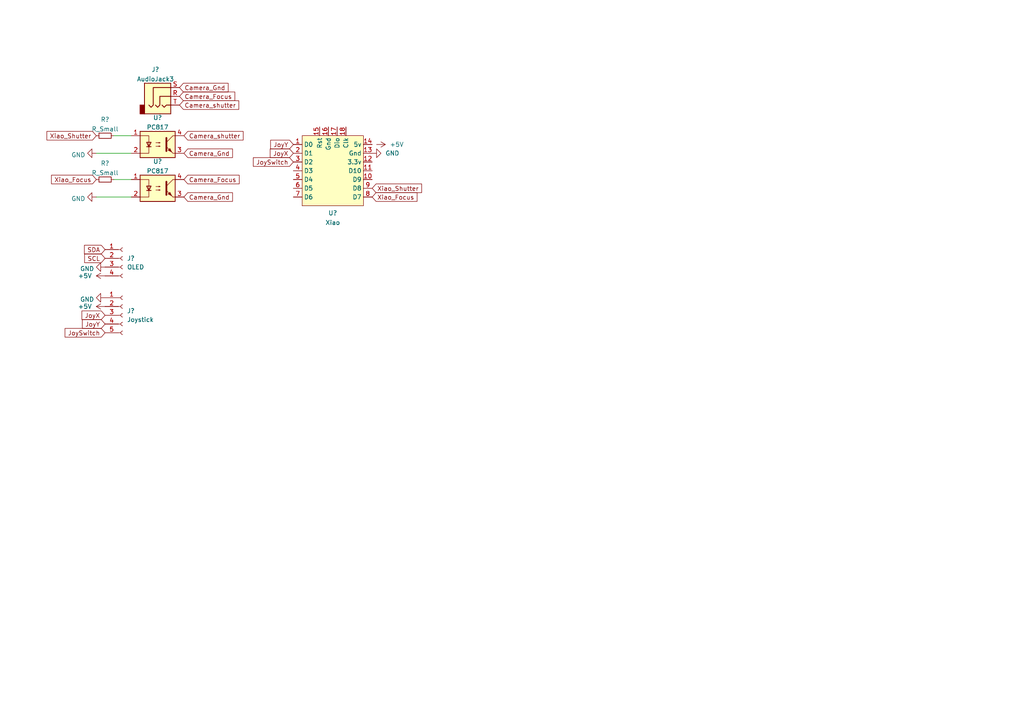
<source format=kicad_sch>
(kicad_sch (version 20211123) (generator eeschema)
  (paper "A4")
  (lib_symbols
    (symbol "Connector:AudioJack3"
      (property "Reference" "J" (at 0 8.89 0))
      (property "Value" "AudioJack3" (at 0 6.35 0))
      (symbol "AudioJack3_0_1"
        (rectangle (start -5.08 -5.08) (end -6.35 -2.54) (stroke (width 0.254)) (fill (type outline)))
        (polyline (pts (xy 0 -2.54) (xy 0.635 -3.175) (xy 1.27 -2.54) (xy 2.54 -2.54)) (stroke (width 0.254)))
        (polyline (pts (xy -1.905 -2.54) (xy -1.27 -3.175) (xy -0.635 -2.54) (xy -0.635 0) (xy 2.54 0)) (stroke (width 0.254)))
        (polyline (pts (xy 2.54 2.54) (xy -2.54 2.54) (xy -2.54 -2.54) (xy -3.175 -3.175) (xy -3.81 -2.54)) (stroke (width 0.254)))
        (rectangle (start 2.54 3.81) (end -5.08 -5.08) (stroke (width 0.254)) (fill (type background)))
      )
      (symbol "AudioJack3_1_1"
        (pin passive line (at 5.08 0 180) (length 2.54) (name "~") (number "R"))
        (pin passive line (at 5.08 2.54 180) (length 2.54) (name "~") (number "S"))
        (pin passive line (at 5.08 -2.54 180) (length 2.54) (name "~") (number "T"))
      )
    )
    (symbol "Connector:Conn_01x04_Female" (pin_names (offset 1.016) hide)
      (property "Reference" "J" (at 0 5.08 0))
      (property "Value" "Conn_01x04_Female" (at 0 -7.62 0))
      (symbol "Conn_01x04_Female_1_1"
        (arc (start 0 -4.572) (mid -0.508 -5.08) (end 0 -5.588) (stroke (width 0.1524)))
        (arc (start 0 -2.032) (mid -0.508 -2.54) (end 0 -3.048) (stroke (width 0.1524)))
        (polyline (pts (xy -1.27 -5.08) (xy -0.508 -5.08)) (stroke (width 0.1524)))
        (polyline (pts (xy -1.27 -2.54) (xy -0.508 -2.54)) (stroke (width 0.1524)))
        (polyline (pts (xy -1.27 0) (xy -0.508 0)) (stroke (width 0.1524)))
        (polyline (pts (xy -1.27 2.54) (xy -0.508 2.54)) (stroke (width 0.1524)))
        (arc (start 0 0.508) (mid -0.508 0) (end 0 -0.508) (stroke (width 0.1524)))
        (arc (start 0 3.048) (mid -0.508 2.54) (end 0 2.032) (stroke (width 0.1524)))
        (pin passive line (at -5.08 2.54 0) (length 3.81) (name "Pin_1") (number "1"))
        (pin passive line (at -5.08 0 0) (length 3.81) (name "Pin_2") (number "2"))
        (pin passive line (at -5.08 -2.54 0) (length 3.81) (name "Pin_3") (number "3"))
        (pin passive line (at -5.08 -5.08 0) (length 3.81) (name "Pin_4") (number "4"))
      )
    )
    (symbol "Connector:Conn_01x05_Female" (pin_names (offset 1.016) hide)
      (property "Reference" "J" (at 0 7.62 0))
      (property "Value" "Conn_01x05_Female" (at 0 -7.62 0))
      (symbol "Conn_01x05_Female_1_1"
        (arc (start 0 -4.572) (mid -0.508 -5.08) (end 0 -5.588) (stroke (width 0.1524)))
        (arc (start 0 -2.032) (mid -0.508 -2.54) (end 0 -3.048) (stroke (width 0.1524)))
        (polyline (pts (xy -1.27 -5.08) (xy -0.508 -5.08)) (stroke (width 0.1524)))
        (polyline (pts (xy -1.27 -2.54) (xy -0.508 -2.54)) (stroke (width 0.1524)))
        (polyline (pts (xy -1.27 0) (xy -0.508 0)) (stroke (width 0.1524)))
        (polyline (pts (xy -1.27 2.54) (xy -0.508 2.54)) (stroke (width 0.1524)))
        (polyline (pts (xy -1.27 5.08) (xy -0.508 5.08)) (stroke (width 0.1524)))
        (arc (start 0 0.508) (mid -0.508 0) (end 0 -0.508) (stroke (width 0.1524)))
        (arc (start 0 3.048) (mid -0.508 2.54) (end 0 2.032) (stroke (width 0.1524)))
        (arc (start 0 5.588) (mid -0.508 5.08) (end 0 4.572) (stroke (width 0.1524)))
        (pin passive line (at -5.08 5.08 0) (length 3.81) (name "Pin_1") (number "1"))
        (pin passive line (at -5.08 2.54 0) (length 3.81) (name "Pin_2") (number "2"))
        (pin passive line (at -5.08 0 0) (length 3.81) (name "Pin_3") (number "3"))
        (pin passive line (at -5.08 -2.54 0) (length 3.81) (name "Pin_4") (number "4"))
        (pin passive line (at -5.08 -5.08 0) (length 3.81) (name "Pin_5") (number "5"))
      )
    )
    (symbol "Device:R_Small" (pin_numbers hide) (pin_names (offset 0.254) hide)
      (property "Reference" "R" (at 0.762 0.508 0))
      (property "Value" "R_Small" (at 0.762 -1.016 0))
      (symbol "R_Small_0_1"
        (rectangle (start -0.762 1.778) (end 0.762 -1.778) (stroke (width 0.2032)))
      )
      (symbol "R_Small_1_1"
        (pin passive line (at 0 2.54 270) (length 0.762) (name "~") (number "1"))
        (pin passive line (at 0 -2.54 90) (length 0.762) (name "~") (number "2"))
      )
    )
    (symbol "Isolator:PC817" (pin_names (offset 1.016))
      (property "Reference" "U" (at -5.08 5.08 0))
      (property "Value" "PC817" (at 0 5.08 0))
      (symbol "PC817_0_1"
        (rectangle (start -5.08 3.81) (end 5.08 -3.81) (stroke (width 0.254)) (fill (type background)))
        (polyline (pts (xy -3.175 -0.635) (xy -1.905 -0.635)) (stroke (width 0.254)))
        (polyline (pts (xy 2.54 0.635) (xy 4.445 2.54)))
        (polyline (pts (xy 4.445 -2.54) (xy 2.54 -0.635)) (fill (type outline)))
        (polyline (pts (xy 4.445 -2.54) (xy 5.08 -2.54)))
        (polyline (pts (xy 4.445 2.54) (xy 5.08 2.54)))
        (polyline (pts (xy -5.08 2.54) (xy -2.54 2.54) (xy -2.54 -0.635)))
        (polyline (pts (xy -2.54 -0.635) (xy -2.54 -2.54) (xy -5.08 -2.54)))
        (polyline (pts (xy 2.54 1.905) (xy 2.54 -1.905) (xy 2.54 -1.905)) (stroke (width 0.508)))
        (polyline (pts (xy -2.54 -0.635) (xy -3.175 0.635) (xy -1.905 0.635) (xy -2.54 -0.635)) (stroke (width 0.254)))
        (polyline (pts (xy -0.508 -0.508) (xy 0.762 -0.508) (xy 0.381 -0.635) (xy 0.381 -0.381) (xy 0.762 -0.508)))
        (polyline (pts (xy -0.508 0.508) (xy 0.762 0.508) (xy 0.381 0.381) (xy 0.381 0.635) (xy 0.762 0.508)))
        (polyline (pts (xy 3.048 -1.651) (xy 3.556 -1.143) (xy 4.064 -2.159) (xy 3.048 -1.651) (xy 3.048 -1.651)) (fill (type outline)))
      )
      (symbol "PC817_1_1"
        (pin passive line (at -7.62 2.54 0) (length 2.54) (name "~") (number "1"))
        (pin passive line (at -7.62 -2.54 0) (length 2.54) (name "~") (number "2"))
        (pin passive line (at 7.62 -2.54 180) (length 2.54) (name "~") (number "3"))
        (pin passive line (at 7.62 2.54 180) (length 2.54) (name "~") (number "4"))
      )
    )
    (symbol "MakerJakesParts:Xiao"
      (property "Reference" "U" (at 8.89 -11.43 0))
      (property "Value" "Xiao" (at 8.89 -8.89 0))
      (symbol "Xiao_0_1"
        (rectangle (start 0 0) (end 17.78 -20.32) (stroke (width 0.1524)) (fill (type background)))
      )
      (symbol "Xiao_1_1"
        (pin bidirectional line (at -2.54 -2.54 0) (length 2.54) (name "D0") (number "1"))
        (pin bidirectional line (at 20.32 -12.7 180) (length 2.54) (name "D9") (number "10"))
        (pin bidirectional line (at 20.32 -10.16 180) (length 2.54) (name "D10") (number "11"))
        (pin power_in line (at 20.32 -7.62 180) (length 2.54) (name "3.3v") (number "12"))
        (pin power_in line (at 20.32 -5.08 180) (length 2.54) (name "Gnd") (number "13"))
        (pin power_in line (at 20.32 -2.54 180) (length 2.54) (name "5v") (number "14"))
        (pin input line (at 5.08 2.54 270) (length 2.54) (name "Rst") (number "15"))
        (pin power_in line (at 7.62 2.54 270) (length 2.54) (name "Gnd") (number "16"))
        (pin unspecified line (at 10.16 2.54 270) (length 2.54) (name "Dio") (number "17"))
        (pin unspecified line (at 12.7 2.54 270) (length 2.54) (name "Clk") (number "18"))
        (pin bidirectional line (at -2.54 -5.08 0) (length 2.54) (name "D1") (number "2"))
        (pin bidirectional line (at -2.54 -7.62 0) (length 2.54) (name "D2") (number "3"))
        (pin bidirectional line (at -2.54 -10.16 0) (length 2.54) (name "D3") (number "4"))
        (pin bidirectional line (at -2.54 -12.7 0) (length 2.54) (name "D4") (number "5"))
        (pin bidirectional line (at -2.54 -15.24 0) (length 2.54) (name "D5") (number "6"))
        (pin bidirectional line (at -2.54 -17.78 0) (length 2.54) (name "D6") (number "7"))
        (pin bidirectional line (at 20.32 -17.78 180) (length 2.54) (name "D7") (number "8"))
        (pin bidirectional line (at 20.32 -15.24 180) (length 2.54) (name "D8") (number "9"))
      )
    )
    (symbol "power:+5V" (power) (pin_names (offset 0))
      (property "Value" "+5V" (at 0 3.556 0))
      (symbol "+5V_0_1"
        (polyline (pts (xy -0.762 1.27) (xy 0 2.54)))
        (polyline (pts (xy 0 0) (xy 0 2.54)))
        (polyline (pts (xy 0 2.54) (xy 0.762 1.27)))
      )
      (symbol "+5V_1_1"
        (pin power_in line (at 0 0 90) (length 0) hide (name "+5V") (number "1"))
      )
    )
    (symbol "power:GND" (power) (pin_names (offset 0))
      (property "Value" "GND" (at 0 -3.81 0))
      (symbol "GND_0_1"
        (polyline (pts (xy 0 0) (xy 0 -1.27) (xy 1.27 -1.27) (xy 0 -2.54) (xy -1.27 -1.27) (xy 0 -1.27)))
      )
      (symbol "GND_1_1"
        (pin power_in line (at 0 0 270) (length 0) hide (name "GND") (number "1"))
      )
    )
  )
  (wire (pts (xy 33.02 52.07) (xy 38.1 52.07)))
  (wire (pts (xy 33.02 39.37) (xy 38.1 39.37)))
  (wire (pts (xy 27.94 57.15) (xy 38.1 57.15)))
  (wire (pts (xy 27.94 44.45) (xy 38.1 44.45)))
  (global_label "JoySwitch" (shape input) (at 85.09 46.99 180) (property "Intersheet References" "${INTERSHEET_REFS}" (effects hide)))
  (global_label "Camera_Gnd" (shape input) (at 53.34 57.15 0) (property "Intersheet References" "${INTERSHEET_REFS}" (effects hide)))
  (global_label "JoyY" (shape input) (at 85.09 41.91 180) (property "Intersheet References" "${INTERSHEET_REFS}" (effects hide)))
  (global_label "Xiao_Shutter" (shape input) (at 27.94 39.37 180) (property "Intersheet References" "${INTERSHEET_REFS}" (effects hide)))
  (global_label "Xiao_Focus" (shape input) (at 107.95 57.15 0) (property "Intersheet References" "${INTERSHEET_REFS}" (effects hide)))
  (global_label "SCL" (shape input) (at 30.48 74.93 180) (property "Intersheet References" "${INTERSHEET_REFS}" (effects hide)))
  (global_label "JoyX" (shape input) (at 30.48 91.44 180) (property "Intersheet References" "${INTERSHEET_REFS}" (effects hide)))
  (global_label "Camera_Focus" (shape input) (at 53.34 52.07 0) (property "Intersheet References" "${INTERSHEET_REFS}" (effects hide)))
  (global_label "Camera_shutter" (shape input) (at 52.07 30.48 0) (property "Intersheet References" "${INTERSHEET_REFS}" (effects hide)))
  (global_label "Camera_Gnd" (shape input) (at 53.34 44.45 0) (property "Intersheet References" "${INTERSHEET_REFS}" (effects hide)))
  (global_label "Camera_shutter" (shape input) (at 53.34 39.37 0) (property "Intersheet References" "${INTERSHEET_REFS}" (effects hide)))
  (global_label "Xiao_Focus" (shape input) (at 27.94 52.07 180) (property "Intersheet References" "${INTERSHEET_REFS}" (effects hide)))
  (global_label "Camera_Focus" (shape input) (at 52.07 27.94 0) (property "Intersheet References" "${INTERSHEET_REFS}" (effects hide)))
  (global_label "JoyX" (shape input) (at 85.09 44.45 180) (property "Intersheet References" "${INTERSHEET_REFS}" (effects hide)))
  (global_label "SDA" (shape input) (at 30.48 72.39 180) (property "Intersheet References" "${INTERSHEET_REFS}" (effects hide)))
  (global_label "JoySwitch" (shape input) (at 30.48 96.52 180) (property "Intersheet References" "${INTERSHEET_REFS}" (effects hide)))
  (global_label "Xiao_Shutter" (shape input) (at 107.95 54.61 0) (property "Intersheet References" "${INTERSHEET_REFS}" (effects hide)))
  (global_label "JoyY" (shape input) (at 30.48 93.98 180) (property "Intersheet References" "${INTERSHEET_REFS}" (effects hide)))
  (global_label "Camera_Gnd" (shape input) (at 52.07 25.4 0) (property "Intersheet References" "${INTERSHEET_REFS}" (effects hide)))
  (symbol (lib_id "power:+5V") (at 109.22 41.91 270) (unit 1)
    (property "Reference" "#PWR?" (effects hide))
    (property "Value" "+5V" (at 113.03 41.9099 90) (effects (justify left)))
  )
  (symbol (lib_id "Connector:Conn_01x04_Female") (at 35.56 74.93 0) (unit 1)
    (property "Reference" "J?" (at 36.83 74.9299 0) (effects (justify left)))
    (property "Value" "OLED" (at 36.83 77.4699 0) (effects (justify left)))
  )
  (symbol (lib_id "power:GND") (at 30.48 86.36 270) (unit 1)
    (property "Reference" "#PWR?" (effects hide))
    (property "Value" "GND" (at 27.3051 86.839 90) (effects (justify right)))
  )
  (symbol (lib_id "power:GND") (at 27.94 44.45 270) (unit 1)
    (property "Reference" "#PWR?" (effects hide))
    (property "Value" "GND" (at 24.7651 44.929 90) (effects (justify right)))
  )
  (symbol (lib_id "Isolator:PC817") (at 45.72 54.61 0) (unit 1)
    (property "Reference" "U?" (at 45.72 46.8335 0))
    (property "Value" "PC817" (at 45.72 49.6086 0))
    (property "Footprint" "Package_DIP:DIP-4_W7.62mm" (effects hide))
    (property "Datasheet" "http://www.soselectronic.cz/a_info/resource/d/pc817.pdf" (effects hide))
  )
  (symbol (lib_id "Device:R_Small") (at 30.48 52.07 90) (unit 1)
    (property "Reference" "R?" (at 30.48 47.3669 90))
    (property "Value" "R_Small" (at 30.48 50.142 90))
  )
  (symbol (lib_id "power:GND") (at 107.95 44.45 90) (unit 1)
    (property "Reference" "#PWR?" (effects hide))
    (property "Value" "GND" (at 111.76 44.4499 90) (effects (justify right)))
  )
  (symbol (lib_id "Device:R_Small") (at 30.48 39.37 90) (unit 1)
    (property "Reference" "R?" (at 30.48 34.6669 90))
    (property "Value" "R_Small" (at 30.48 37.442 90))
  )
  (symbol (lib_id "Isolator:PC817") (at 45.72 41.91 0) (unit 1)
    (property "Reference" "U?" (at 45.72 34.1335 0))
    (property "Value" "PC817" (at 45.72 36.9086 0))
    (property "Footprint" "Package_DIP:DIP-4_W7.62mm" (effects hide))
    (property "Datasheet" "http://www.soselectronic.cz/a_info/resource/d/pc817.pdf" (effects hide))
  )
  (symbol (lib_id "power:GND") (at 30.48 77.47 270) (unit 1)
    (property "Reference" "#PWR?" (effects hide))
    (property "Value" "GND" (at 27.3051 77.949 90) (effects (justify right)))
  )
  (symbol (lib_id "Connector:Conn_01x05_Female") (at 35.56 91.44 0) (unit 1)
    (property "Reference" "J?" (at 36.83 90.1699 0) (effects (justify left)))
    (property "Value" "Joystick" (at 36.83 92.7099 0) (effects (justify left)))
  )
  (symbol (lib_id "MakerJakesParts:Xiao") (at 87.63 39.37 0) (unit 1)
    (property "Reference" "U?" (at 96.52 61.7887 0))
    (property "Value" "Xiao" (at 96.52 64.5638 0))
  )
  (symbol (lib_id "power:+5V") (at 30.48 88.9 90) (unit 1)
    (property "Reference" "#PWR?" (effects hide))
    (property "Value" "+5V" (at 26.67 88.8999 90) (effects (justify left)))
  )
  (symbol (lib_id "Connector:AudioJack3") (at 46.99 27.94 0) (unit 1)
    (property "Reference" "J?" (at 45.085 20.1635 0))
    (property "Value" "AudioJack3" (at 45.085 22.9386 0))
  )
  (symbol (lib_id "power:GND") (at 27.94 57.15 270) (unit 1)
    (property "Reference" "#PWR?" (effects hide))
    (property "Value" "GND" (at 24.7651 57.629 90) (effects (justify right)))
  )
  (symbol (lib_id "power:+5V") (at 30.48 80.01 90) (unit 1)
    (property "Reference" "#PWR?" (effects hide))
    (property "Value" "+5V" (at 26.67 80.0099 90) (effects (justify left)))
  )
)
</source>
